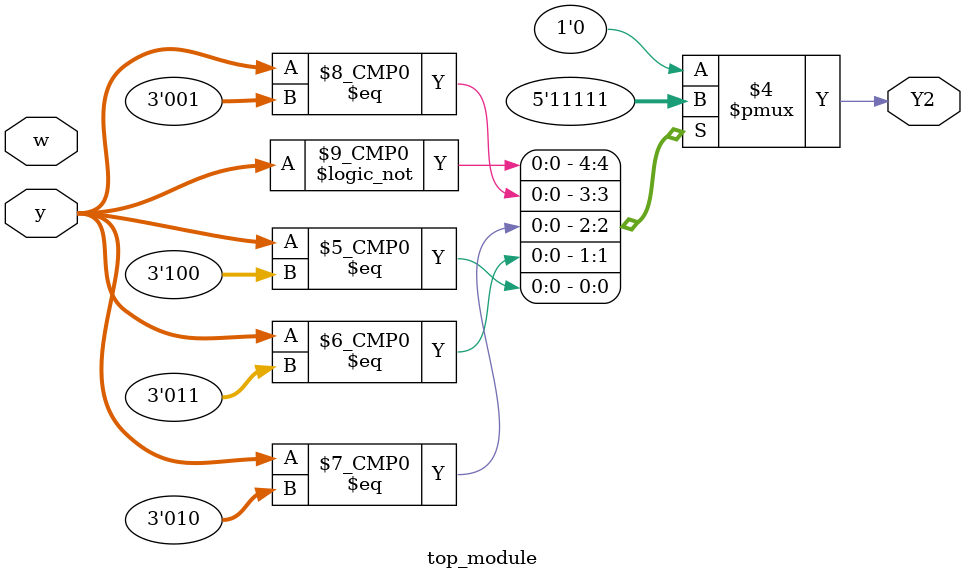
<source format=sv>
module top_module(
    input [3:1] y,
    input w,
    output reg Y2);
    
    always @(y or w) begin
        case(y)
            3'b000: Y2 = 1'b1;
            3'b001: Y2 = 1'b1;
            3'b010: Y2 = 1'b1;
            3'b011: Y2 = 1'b1;
            3'b100: Y2 = 1'b1;
            3'b101: Y2 = 1'b0;
            default: Y2 = 1'b0;
        endcase
    end
    
endmodule

</source>
